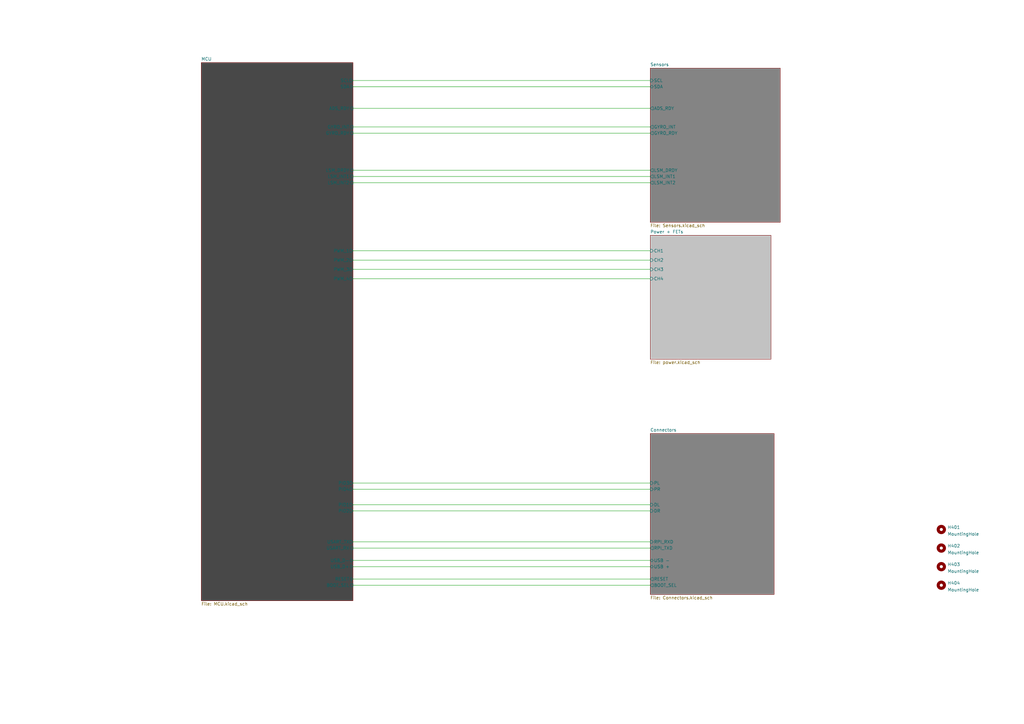
<source format=kicad_sch>
(kicad_sch (version 20230121) (generator eeschema)

  (uuid e63e39d7-6ac0-4ffd-8aa3-1841a4541b55)

  (paper "A3")

  (title_block
    (title "ROV RPI PICO HAT")
    (date "2023-01-14")
    (rev "1")
    (company "Findersee")
    (comment 1 "Main Block Diagram")
  )

  (lib_symbols
    (symbol "Mechanical:MountingHole" (pin_names (offset 1.016)) (in_bom yes) (on_board yes)
      (property "Reference" "H" (at 0 5.08 0)
        (effects (font (size 1.27 1.27)))
      )
      (property "Value" "MountingHole" (at 0 3.175 0)
        (effects (font (size 1.27 1.27)))
      )
      (property "Footprint" "" (at 0 0 0)
        (effects (font (size 1.27 1.27)) hide)
      )
      (property "Datasheet" "~" (at 0 0 0)
        (effects (font (size 1.27 1.27)) hide)
      )
      (property "ki_keywords" "mounting hole" (at 0 0 0)
        (effects (font (size 1.27 1.27)) hide)
      )
      (property "ki_description" "Mounting Hole without connection" (at 0 0 0)
        (effects (font (size 1.27 1.27)) hide)
      )
      (property "ki_fp_filters" "MountingHole*" (at 0 0 0)
        (effects (font (size 1.27 1.27)) hide)
      )
      (symbol "MountingHole_0_1"
        (circle (center 0 0) (radius 1.27)
          (stroke (width 1.27) (type default))
          (fill (type none))
        )
      )
    )
  )


  (wire (pts (xy 144.78 54.61) (xy 266.7 54.61))
    (stroke (width 0) (type default))
    (uuid 04078de4-e047-4e02-875b-928e230e9b8f)
  )
  (wire (pts (xy 144.78 110.49) (xy 266.7 110.49))
    (stroke (width 0) (type default))
    (uuid 0cc1bee0-2444-4290-8e89-7d0a9019834c)
  )
  (wire (pts (xy 144.78 69.85) (xy 266.7 69.85))
    (stroke (width 0) (type default))
    (uuid 1a655124-5f81-4f89-93f0-7e9771a081f6)
  )
  (wire (pts (xy 144.78 33.02) (xy 266.7 33.02))
    (stroke (width 0) (type default))
    (uuid 2a28de9a-e641-4e86-86c9-63372ce5dbc6)
  )
  (wire (pts (xy 144.78 224.79) (xy 266.7 224.79))
    (stroke (width 0) (type default))
    (uuid 411062e5-7c94-4552-8e3e-5b83857f7187)
  )
  (wire (pts (xy 144.78 198.12) (xy 266.7 198.12))
    (stroke (width 0) (type default))
    (uuid 47ca13d9-e021-4911-bf75-7d9ffe8b82d9)
  )
  (wire (pts (xy 144.78 106.68) (xy 266.7 106.68))
    (stroke (width 0) (type default))
    (uuid 4d67735c-3208-4374-b6f3-eb7cbf2a4b39)
  )
  (wire (pts (xy 144.78 237.49) (xy 266.7 237.49))
    (stroke (width 0) (type default))
    (uuid 5109700c-b9f2-4743-94fa-ce545c54792e)
  )
  (wire (pts (xy 144.78 207.01) (xy 266.7 207.01))
    (stroke (width 0) (type default))
    (uuid 686bc10c-95c0-48f3-bcdc-9044866fb0de)
  )
  (wire (pts (xy 144.78 114.3) (xy 266.7 114.3))
    (stroke (width 0) (type default))
    (uuid 6c866148-55b4-4885-8bd2-a17fb89af7e4)
  )
  (wire (pts (xy 144.78 232.41) (xy 266.7 232.41))
    (stroke (width 0) (type default))
    (uuid 6cf1f18a-cdc9-4e34-9f66-9ecf8e0a6540)
  )
  (wire (pts (xy 144.78 240.03) (xy 266.7 240.03))
    (stroke (width 0) (type default))
    (uuid 719a36b5-1734-452e-a487-fdfb8a97da30)
  )
  (wire (pts (xy 144.78 229.87) (xy 266.7 229.87))
    (stroke (width 0) (type default))
    (uuid 7a3df6a9-b3a4-4925-8a46-c51ca8a92adc)
  )
  (wire (pts (xy 144.78 209.55) (xy 266.7 209.55))
    (stroke (width 0) (type default))
    (uuid 833b8fc2-587f-4756-87d0-06a8edeab052)
  )
  (wire (pts (xy 144.78 52.07) (xy 266.7 52.07))
    (stroke (width 0) (type default))
    (uuid 8a731390-91d2-411a-87e8-cffb472b9de5)
  )
  (wire (pts (xy 144.78 44.45) (xy 266.7 44.45))
    (stroke (width 0) (type default))
    (uuid 8e8ec46d-caab-40a7-a29d-30283d9ff9fb)
  )
  (wire (pts (xy 144.78 222.25) (xy 266.7 222.25))
    (stroke (width 0) (type default))
    (uuid a8982dac-08f0-4769-abb4-5207bd27a112)
  )
  (wire (pts (xy 144.78 72.39) (xy 266.7 72.39))
    (stroke (width 0) (type default))
    (uuid a969245f-b48f-4361-8cdf-6a23bc929351)
  )
  (wire (pts (xy 144.78 74.93) (xy 266.7 74.93))
    (stroke (width 0) (type default))
    (uuid cd7160a4-eb2e-4a22-a14f-63ce107a5804)
  )
  (wire (pts (xy 144.78 102.87) (xy 266.7 102.87))
    (stroke (width 0) (type default))
    (uuid cf411dff-98dc-42f0-9443-4117a59d3574)
  )
  (wire (pts (xy 144.78 35.56) (xy 266.7 35.56))
    (stroke (width 0) (type default))
    (uuid f6f67d1a-3292-4d55-8a9f-70bce0a9ff20)
  )
  (wire (pts (xy 144.78 200.66) (xy 266.7 200.66))
    (stroke (width 0) (type default))
    (uuid fed7e725-6fe6-4c12-b7b2-bf5a655eda94)
  )

  (symbol (lib_id "Mechanical:MountingHole") (at 386.08 217.17 0) (unit 1)
    (in_bom yes) (on_board yes) (dnp no) (fields_autoplaced)
    (uuid 02a6deef-a27e-4f78-9132-f029461a1c12)
    (property "Reference" "H401" (at 388.62 216.2615 0)
      (effects (font (size 1.27 1.27)) (justify left))
    )
    (property "Value" "MountingHole" (at 388.62 219.0366 0)
      (effects (font (size 1.27 1.27)) (justify left))
    )
    (property "Footprint" "MountingHole:MountingHole_2.7mm_M2.5" (at 386.08 217.17 0)
      (effects (font (size 1.27 1.27)) hide)
    )
    (property "Datasheet" "~" (at 386.08 217.17 0)
      (effects (font (size 1.27 1.27)) hide)
    )
    (instances
      (project "RovHat"
        (path "/e63e39d7-6ac0-4ffd-8aa3-1841a4541b55"
          (reference "H401") (unit 1)
        )
      )
    )
  )

  (symbol (lib_id "Mechanical:MountingHole") (at 386.08 224.79 0) (unit 1)
    (in_bom yes) (on_board yes) (dnp no) (fields_autoplaced)
    (uuid 13b93b86-c7f7-4bd6-8395-83e3bb2ec213)
    (property "Reference" "H402" (at 388.62 223.8815 0)
      (effects (font (size 1.27 1.27)) (justify left))
    )
    (property "Value" "MountingHole" (at 388.62 226.6566 0)
      (effects (font (size 1.27 1.27)) (justify left))
    )
    (property "Footprint" "MountingHole:MountingHole_2.7mm_M2.5" (at 386.08 224.79 0)
      (effects (font (size 1.27 1.27)) hide)
    )
    (property "Datasheet" "~" (at 386.08 224.79 0)
      (effects (font (size 1.27 1.27)) hide)
    )
    (instances
      (project "RovHat"
        (path "/e63e39d7-6ac0-4ffd-8aa3-1841a4541b55"
          (reference "H402") (unit 1)
        )
      )
    )
  )

  (symbol (lib_id "Mechanical:MountingHole") (at 386.08 240.03 0) (unit 1)
    (in_bom yes) (on_board yes) (dnp no) (fields_autoplaced)
    (uuid 8db2cc8d-4ba9-4c46-9a6a-2505da4c7844)
    (property "Reference" "H404" (at 388.62 239.1215 0)
      (effects (font (size 1.27 1.27)) (justify left))
    )
    (property "Value" "MountingHole" (at 388.62 241.8966 0)
      (effects (font (size 1.27 1.27)) (justify left))
    )
    (property "Footprint" "MountingHole:MountingHole_2.7mm_M2.5" (at 386.08 240.03 0)
      (effects (font (size 1.27 1.27)) hide)
    )
    (property "Datasheet" "~" (at 386.08 240.03 0)
      (effects (font (size 1.27 1.27)) hide)
    )
    (instances
      (project "RovHat"
        (path "/e63e39d7-6ac0-4ffd-8aa3-1841a4541b55"
          (reference "H404") (unit 1)
        )
      )
    )
  )

  (symbol (lib_id "Mechanical:MountingHole") (at 386.08 232.41 0) (unit 1)
    (in_bom yes) (on_board yes) (dnp no) (fields_autoplaced)
    (uuid c11d4df1-2d00-44e1-90be-b73677a9c998)
    (property "Reference" "H403" (at 388.62 231.5015 0)
      (effects (font (size 1.27 1.27)) (justify left))
    )
    (property "Value" "MountingHole" (at 388.62 234.2766 0)
      (effects (font (size 1.27 1.27)) (justify left))
    )
    (property "Footprint" "MountingHole:MountingHole_2.7mm_M2.5" (at 386.08 232.41 0)
      (effects (font (size 1.27 1.27)) hide)
    )
    (property "Datasheet" "~" (at 386.08 232.41 0)
      (effects (font (size 1.27 1.27)) hide)
    )
    (instances
      (project "RovHat"
        (path "/e63e39d7-6ac0-4ffd-8aa3-1841a4541b55"
          (reference "H403") (unit 1)
        )
      )
    )
  )

  (sheet (at 82.55 25.654) (size 62.23 220.726) (fields_autoplaced)
    (stroke (width 0.1524) (type solid))
    (fill (color 72 72 72 1.0000))
    (uuid 0a21e7d0-6c69-4634-b2b6-f0d0223d8049)
    (property "Sheetname" "MCU" (at 82.55 24.9424 0)
      (effects (font (size 1.27 1.27)) (justify left bottom))
    )
    (property "Sheetfile" "MCU.kicad_sch" (at 82.55 246.9646 0)
      (effects (font (size 1.27 1.27)) (justify left top))
    )
    (pin "BOOT_SEL" input (at 144.78 240.03 0)
      (effects (font (size 1.27 1.27)) (justify right))
      (uuid d8f0d010-0f9e-43b6-8507-643558363177)
    )
    (pin "RESET" bidirectional (at 144.78 237.49 0)
      (effects (font (size 1.27 1.27)) (justify right))
      (uuid 8e5bdb20-528f-4a8d-9143-78f8a57d2e5e)
    )
    (pin "USB_D+" bidirectional (at 144.78 232.41 0)
      (effects (font (size 1.27 1.27)) (justify right))
      (uuid 83c3ebf0-af3e-4b8d-a211-4fc7809ef8ef)
    )
    (pin "USB_D-" bidirectional (at 144.78 229.87 0)
      (effects (font (size 1.27 1.27)) (justify right))
      (uuid c00b2549-44fb-4db1-a7d6-70e10c595887)
    )
    (pin "SCL" output (at 144.78 33.02 0)
      (effects (font (size 1.27 1.27)) (justify right))
      (uuid a1bfeba5-e5e0-42b1-b18d-c3a625582636)
    )
    (pin "SDA" bidirectional (at 144.78 35.56 0)
      (effects (font (size 1.27 1.27)) (justify right))
      (uuid 8d0d6896-8501-4815-acf5-4112ad5d7ef6)
    )
    (pin "PWM_1" output (at 144.78 102.87 0)
      (effects (font (size 1.27 1.27)) (justify right))
      (uuid 4a6483c8-6451-46c2-a877-179c14f3f063)
    )
    (pin "PWM_2" output (at 144.78 106.68 0)
      (effects (font (size 1.27 1.27)) (justify right))
      (uuid aa6242c3-ca87-4441-84db-2dbae1331a57)
    )
    (pin "PWM_3" output (at 144.78 110.49 0)
      (effects (font (size 1.27 1.27)) (justify right))
      (uuid 064d72d0-7690-4398-951f-cb48ac707557)
    )
    (pin "PWM_4" output (at 144.78 114.3 0)
      (effects (font (size 1.27 1.27)) (justify right))
      (uuid e56da1ae-cab5-4135-8a6f-4180f355cb56)
    )
    (pin "USART_TX" output (at 144.78 222.25 0)
      (effects (font (size 1.27 1.27)) (justify right))
      (uuid 5ee4fc8b-efbe-44f1-be4c-a018f640929d)
    )
    (pin "USART_RX" input (at 144.78 224.79 0)
      (effects (font (size 1.27 1.27)) (justify right))
      (uuid 55f36f86-908c-4730-980f-355d308044cf)
    )
    (pin "PIO4" output (at 144.78 200.66 0)
      (effects (font (size 1.27 1.27)) (justify right))
      (uuid bd4604de-3172-47fc-8403-4d2048963c11)
    )
    (pin "PIO3" output (at 144.78 198.12 0)
      (effects (font (size 1.27 1.27)) (justify right))
      (uuid 721b02ea-2844-419c-b953-b65edbe9f4ea)
    )
    (pin "PIO1" output (at 144.78 207.01 0)
      (effects (font (size 1.27 1.27)) (justify right))
      (uuid 880c046a-907c-4426-8333-449c5c8aaa6b)
    )
    (pin "PIO2" output (at 144.78 209.55 0)
      (effects (font (size 1.27 1.27)) (justify right))
      (uuid 8611476e-5ff7-494b-9a4d-661d70a80d16)
    )
    (pin "GYRO_INT" input (at 144.78 52.07 0)
      (effects (font (size 1.27 1.27)) (justify right))
      (uuid ab1be22f-c03d-47e4-a298-e3b0c6eaf14c)
    )
    (pin "GYRO_RDY" input (at 144.78 54.61 0)
      (effects (font (size 1.27 1.27)) (justify right))
      (uuid 8f8b4683-5662-406f-ae94-89074922c034)
    )
    (pin "LSM_INT1" input (at 144.78 72.39 0)
      (effects (font (size 1.27 1.27)) (justify right))
      (uuid a3356943-2334-400a-a1a6-879da1578786)
    )
    (pin "LSM_INT2" input (at 144.78 74.93 0)
      (effects (font (size 1.27 1.27)) (justify right))
      (uuid e9044984-55d6-41a3-b269-f7c47e9eca6b)
    )
    (pin "LSM_DRDY" input (at 144.78 69.85 0)
      (effects (font (size 1.27 1.27)) (justify right))
      (uuid da7da810-823c-44ed-9016-b37f0a019903)
    )
    (pin "ADS_RDY" input (at 144.78 44.45 0)
      (effects (font (size 1.27 1.27)) (justify right))
      (uuid 370f7029-7586-4be7-ac32-f11328632793)
    )
    (instances
      (project "RovHat"
        (path "/e63e39d7-6ac0-4ffd-8aa3-1841a4541b55" (page "3"))
      )
    )
  )

  (sheet (at 266.7 96.52) (size 49.53 50.8) (fields_autoplaced)
    (stroke (width 0.1524) (type solid))
    (fill (color 194 194 194 1.0000))
    (uuid 212ae4ce-78ca-42fb-a0a9-9e7afe94e4f9)
    (property "Sheetname" "Power + FETs" (at 266.7 95.8084 0)
      (effects (font (size 1.27 1.27)) (justify left bottom))
    )
    (property "Sheetfile" "power.kicad_sch" (at 266.7 147.9046 0)
      (effects (font (size 1.27 1.27)) (justify left top))
    )
    (pin "CH4" input (at 266.7 114.3 180)
      (effects (font (size 1.27 1.27)) (justify left))
      (uuid d77ba93d-163b-46a1-a900-4e20d041aca1)
    )
    (pin "CH2" input (at 266.7 106.68 180)
      (effects (font (size 1.27 1.27)) (justify left))
      (uuid a99167e1-f179-4916-8969-327fa0e85266)
    )
    (pin "CH3" input (at 266.7 110.49 180)
      (effects (font (size 1.27 1.27)) (justify left))
      (uuid 42d54b1e-5f40-4898-8d95-faab79dc0b50)
    )
    (pin "CH1" input (at 266.7 102.87 180)
      (effects (font (size 1.27 1.27)) (justify left))
      (uuid 027e9c6d-eb08-47b6-975d-aa1ed4781eaf)
    )
    (instances
      (project "RovHat"
        (path "/e63e39d7-6ac0-4ffd-8aa3-1841a4541b55" (page "5"))
      )
    )
  )

  (sheet (at 266.7 27.94) (size 53.34 63.246) (fields_autoplaced)
    (stroke (width 0.1524) (type solid))
    (fill (color 132 132 132 1.0000))
    (uuid ac5eb4a7-a387-48d6-b4f5-8a76d938534b)
    (property "Sheetname" "Sensors" (at 266.7 27.2284 0)
      (effects (font (size 1.27 1.27)) (justify left bottom))
    )
    (property "Sheetfile" "Sensors.kicad_sch" (at 266.7 91.7706 0)
      (effects (font (size 1.27 1.27)) (justify left top))
    )
    (pin "SCL" input (at 266.7 33.02 180)
      (effects (font (size 1.27 1.27)) (justify left))
      (uuid 78f13fa0-b7a9-4502-914e-f507247628c5)
    )
    (pin "SDA" bidirectional (at 266.7 35.56 180)
      (effects (font (size 1.27 1.27)) (justify left))
      (uuid 2e2b6a56-1f08-4d44-9626-f5c1111f623f)
    )
    (pin "GYRO_INT" output (at 266.7 52.07 180)
      (effects (font (size 1.27 1.27)) (justify left))
      (uuid 373bd859-fadc-4d85-8e28-7009b3643268)
    )
    (pin "GYRO_RDY" output (at 266.7 54.61 180)
      (effects (font (size 1.27 1.27)) (justify left))
      (uuid 15e57278-0dc8-479f-95da-e4cbf5dac324)
    )
    (pin "LSM_DRDY" output (at 266.7 69.85 180)
      (effects (font (size 1.27 1.27)) (justify left))
      (uuid c3061f6d-b017-4aa5-b602-0045222feb58)
    )
    (pin "LSM_INT1" output (at 266.7 72.39 180)
      (effects (font (size 1.27 1.27)) (justify left))
      (uuid 1bdf2b87-e380-4485-8219-3210fd09433f)
    )
    (pin "LSM_INT2" output (at 266.7 74.93 180)
      (effects (font (size 1.27 1.27)) (justify left))
      (uuid 7d470bab-f5ab-492b-831f-990bc2aaa3b0)
    )
    (pin "ADS_RDY" output (at 266.7 44.45 180)
      (effects (font (size 1.27 1.27)) (justify left))
      (uuid 3ad22176-0a21-40e6-af33-880bd2aa66d8)
    )
    (instances
      (project "RovHat"
        (path "/e63e39d7-6ac0-4ffd-8aa3-1841a4541b55" (page "2"))
      )
    )
  )

  (sheet (at 266.7 177.8) (size 50.8 66.04) (fields_autoplaced)
    (stroke (width 0.1524) (type solid))
    (fill (color 132 132 132 1.0000))
    (uuid d0328239-535b-4cf1-98be-6519c44fecfc)
    (property "Sheetname" "Connectors" (at 266.7 177.0884 0)
      (effects (font (size 1.27 1.27)) (justify left bottom))
    )
    (property "Sheetfile" "Connectors.kicad_sch" (at 266.7 244.4246 0)
      (effects (font (size 1.27 1.27)) (justify left top))
    )
    (pin "RESET" output (at 266.7 237.49 180)
      (effects (font (size 1.27 1.27)) (justify left))
      (uuid 0d05f546-62cf-4cbf-a628-801b66e9aa68)
    )
    (pin "BOOT_SEL" output (at 266.7 240.03 180)
      (effects (font (size 1.27 1.27)) (justify left))
      (uuid 8f4011bb-841b-481d-8acb-013f616e9264)
    )
    (pin "RPI_RXD" input (at 266.7 222.25 180)
      (effects (font (size 1.27 1.27)) (justify left))
      (uuid 6600b5d4-211c-449b-b729-ed8b701f73b7)
    )
    (pin "RPI_TXD" output (at 266.7 224.79 180)
      (effects (font (size 1.27 1.27)) (justify left))
      (uuid 823e6b82-8b02-469f-ab89-bfeec1e11c15)
    )
    (pin "USB -" bidirectional (at 266.7 229.87 180)
      (effects (font (size 1.27 1.27)) (justify left))
      (uuid 6665cdcb-9854-499a-9ac6-8e2f4a7f328a)
    )
    (pin "USB +" bidirectional (at 266.7 232.41 180)
      (effects (font (size 1.27 1.27)) (justify left))
      (uuid 764ef8c7-370e-4270-804e-623e995a0436)
    )
    (pin "PL" input (at 266.7 198.12 180)
      (effects (font (size 1.27 1.27)) (justify left))
      (uuid 998fc4e9-c9fe-4e32-b57f-02bbc996ed59)
    )
    (pin "PR" input (at 266.7 200.66 180)
      (effects (font (size 1.27 1.27)) (justify left))
      (uuid 976cbb6e-70ba-4328-8adb-97cb92a29017)
    )
    (pin "DL" input (at 266.7 207.01 180)
      (effects (font (size 1.27 1.27)) (justify left))
      (uuid 38196917-e799-43aa-8e3c-3c0925eef328)
    )
    (pin "DR" input (at 266.7 209.55 180)
      (effects (font (size 1.27 1.27)) (justify left))
      (uuid 75fbc1e2-84bf-4847-bb48-cbbcddef918f)
    )
    (instances
      (project "RovHat"
        (path "/e63e39d7-6ac0-4ffd-8aa3-1841a4541b55" (page "4"))
      )
    )
  )

  (sheet_instances
    (path "/" (page "1"))
  )
)

</source>
